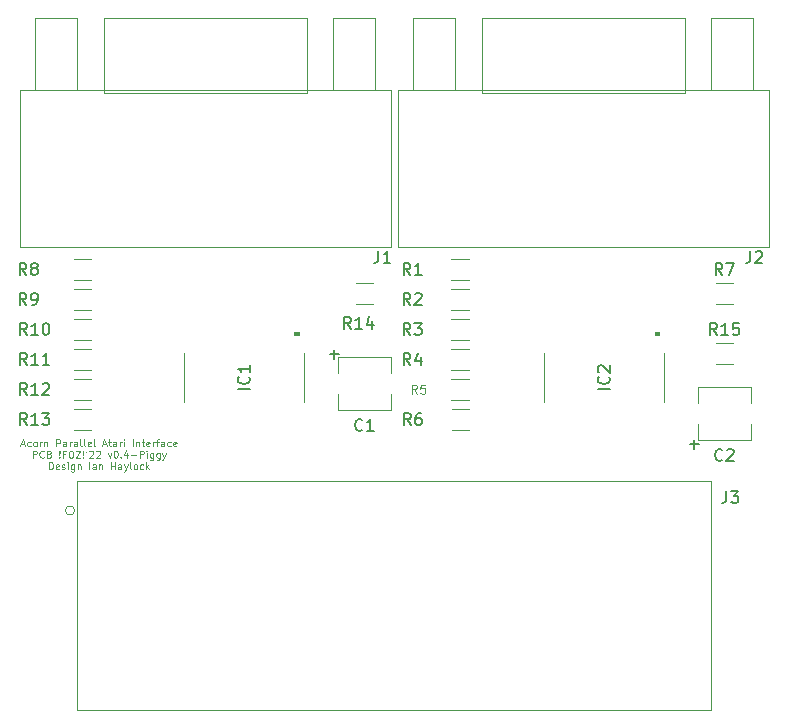
<source format=gbr>
%TF.GenerationSoftware,KiCad,Pcbnew,(6.0.4-0)*%
%TF.CreationDate,2022-07-04T10:05:17-07:00*%
%TF.ProjectId,Joy,4a6f792e-6b69-4636-9164-5f7063625858,rev?*%
%TF.SameCoordinates,Original*%
%TF.FileFunction,Legend,Top*%
%TF.FilePolarity,Positive*%
%FSLAX46Y46*%
G04 Gerber Fmt 4.6, Leading zero omitted, Abs format (unit mm)*
G04 Created by KiCad (PCBNEW (6.0.4-0)) date 2022-07-04 10:05:17*
%MOMM*%
%LPD*%
G01*
G04 APERTURE LIST*
%ADD10C,0.125000*%
%ADD11C,0.150000*%
%ADD12C,0.120000*%
%ADD13C,0.100000*%
G04 APERTURE END LIST*
D10*
X54755000Y-66113777D02*
X55040715Y-66113777D01*
X54697857Y-66285205D02*
X54897857Y-65685205D01*
X55097857Y-66285205D01*
X55555000Y-66256634D02*
X55497857Y-66285205D01*
X55383572Y-66285205D01*
X55326429Y-66256634D01*
X55297857Y-66228062D01*
X55269286Y-66170919D01*
X55269286Y-65999491D01*
X55297857Y-65942348D01*
X55326429Y-65913777D01*
X55383572Y-65885205D01*
X55497857Y-65885205D01*
X55555000Y-65913777D01*
X55897857Y-66285205D02*
X55840715Y-66256634D01*
X55812143Y-66228062D01*
X55783572Y-66170919D01*
X55783572Y-65999491D01*
X55812143Y-65942348D01*
X55840715Y-65913777D01*
X55897857Y-65885205D01*
X55983572Y-65885205D01*
X56040715Y-65913777D01*
X56069286Y-65942348D01*
X56097857Y-65999491D01*
X56097857Y-66170919D01*
X56069286Y-66228062D01*
X56040715Y-66256634D01*
X55983572Y-66285205D01*
X55897857Y-66285205D01*
X56355000Y-66285205D02*
X56355000Y-65885205D01*
X56355000Y-65999491D02*
X56383572Y-65942348D01*
X56412143Y-65913777D01*
X56469286Y-65885205D01*
X56526429Y-65885205D01*
X56726429Y-65885205D02*
X56726429Y-66285205D01*
X56726429Y-65942348D02*
X56755000Y-65913777D01*
X56812143Y-65885205D01*
X56897857Y-65885205D01*
X56955000Y-65913777D01*
X56983572Y-65970919D01*
X56983572Y-66285205D01*
X57726429Y-66285205D02*
X57726429Y-65685205D01*
X57955000Y-65685205D01*
X58012143Y-65713777D01*
X58040715Y-65742348D01*
X58069286Y-65799491D01*
X58069286Y-65885205D01*
X58040715Y-65942348D01*
X58012143Y-65970919D01*
X57955000Y-65999491D01*
X57726429Y-65999491D01*
X58583572Y-66285205D02*
X58583572Y-65970919D01*
X58555000Y-65913777D01*
X58497857Y-65885205D01*
X58383572Y-65885205D01*
X58326429Y-65913777D01*
X58583572Y-66256634D02*
X58526429Y-66285205D01*
X58383572Y-66285205D01*
X58326429Y-66256634D01*
X58297857Y-66199491D01*
X58297857Y-66142348D01*
X58326429Y-66085205D01*
X58383572Y-66056634D01*
X58526429Y-66056634D01*
X58583572Y-66028062D01*
X58869286Y-66285205D02*
X58869286Y-65885205D01*
X58869286Y-65999491D02*
X58897857Y-65942348D01*
X58926429Y-65913777D01*
X58983572Y-65885205D01*
X59040715Y-65885205D01*
X59497857Y-66285205D02*
X59497857Y-65970919D01*
X59469286Y-65913777D01*
X59412143Y-65885205D01*
X59297857Y-65885205D01*
X59240715Y-65913777D01*
X59497857Y-66256634D02*
X59440715Y-66285205D01*
X59297857Y-66285205D01*
X59240715Y-66256634D01*
X59212143Y-66199491D01*
X59212143Y-66142348D01*
X59240715Y-66085205D01*
X59297857Y-66056634D01*
X59440715Y-66056634D01*
X59497857Y-66028062D01*
X59869286Y-66285205D02*
X59812143Y-66256634D01*
X59783572Y-66199491D01*
X59783572Y-65685205D01*
X60183572Y-66285205D02*
X60126429Y-66256634D01*
X60097857Y-66199491D01*
X60097857Y-65685205D01*
X60640715Y-66256634D02*
X60583572Y-66285205D01*
X60469286Y-66285205D01*
X60412143Y-66256634D01*
X60383572Y-66199491D01*
X60383572Y-65970919D01*
X60412143Y-65913777D01*
X60469286Y-65885205D01*
X60583572Y-65885205D01*
X60640715Y-65913777D01*
X60669286Y-65970919D01*
X60669286Y-66028062D01*
X60383572Y-66085205D01*
X61012143Y-66285205D02*
X60955000Y-66256634D01*
X60926429Y-66199491D01*
X60926429Y-65685205D01*
X61669286Y-66113777D02*
X61955000Y-66113777D01*
X61612143Y-66285205D02*
X61812143Y-65685205D01*
X62012143Y-66285205D01*
X62126429Y-65885205D02*
X62355000Y-65885205D01*
X62212143Y-65685205D02*
X62212143Y-66199491D01*
X62240715Y-66256634D01*
X62297857Y-66285205D01*
X62355000Y-66285205D01*
X62812143Y-66285205D02*
X62812143Y-65970919D01*
X62783572Y-65913777D01*
X62726429Y-65885205D01*
X62612143Y-65885205D01*
X62555000Y-65913777D01*
X62812143Y-66256634D02*
X62755000Y-66285205D01*
X62612143Y-66285205D01*
X62555000Y-66256634D01*
X62526429Y-66199491D01*
X62526429Y-66142348D01*
X62555000Y-66085205D01*
X62612143Y-66056634D01*
X62755000Y-66056634D01*
X62812143Y-66028062D01*
X63097857Y-66285205D02*
X63097857Y-65885205D01*
X63097857Y-65999491D02*
X63126429Y-65942348D01*
X63155000Y-65913777D01*
X63212143Y-65885205D01*
X63269286Y-65885205D01*
X63469286Y-66285205D02*
X63469286Y-65885205D01*
X63469286Y-65685205D02*
X63440715Y-65713777D01*
X63469286Y-65742348D01*
X63497857Y-65713777D01*
X63469286Y-65685205D01*
X63469286Y-65742348D01*
X64212143Y-66285205D02*
X64212143Y-65685205D01*
X64497857Y-65885205D02*
X64497857Y-66285205D01*
X64497857Y-65942348D02*
X64526429Y-65913777D01*
X64583572Y-65885205D01*
X64669286Y-65885205D01*
X64726429Y-65913777D01*
X64755000Y-65970919D01*
X64755000Y-66285205D01*
X64955000Y-65885205D02*
X65183572Y-65885205D01*
X65040715Y-65685205D02*
X65040715Y-66199491D01*
X65069286Y-66256634D01*
X65126429Y-66285205D01*
X65183572Y-66285205D01*
X65612143Y-66256634D02*
X65555000Y-66285205D01*
X65440715Y-66285205D01*
X65383572Y-66256634D01*
X65355000Y-66199491D01*
X65355000Y-65970919D01*
X65383572Y-65913777D01*
X65440715Y-65885205D01*
X65555000Y-65885205D01*
X65612143Y-65913777D01*
X65640715Y-65970919D01*
X65640715Y-66028062D01*
X65355000Y-66085205D01*
X65897857Y-66285205D02*
X65897857Y-65885205D01*
X65897857Y-65999491D02*
X65926429Y-65942348D01*
X65955000Y-65913777D01*
X66012143Y-65885205D01*
X66069286Y-65885205D01*
X66183572Y-65885205D02*
X66412143Y-65885205D01*
X66269286Y-66285205D02*
X66269286Y-65770919D01*
X66297857Y-65713777D01*
X66355000Y-65685205D01*
X66412143Y-65685205D01*
X66869286Y-66285205D02*
X66869286Y-65970919D01*
X66840715Y-65913777D01*
X66783572Y-65885205D01*
X66669286Y-65885205D01*
X66612143Y-65913777D01*
X66869286Y-66256634D02*
X66812143Y-66285205D01*
X66669286Y-66285205D01*
X66612143Y-66256634D01*
X66583572Y-66199491D01*
X66583572Y-66142348D01*
X66612143Y-66085205D01*
X66669286Y-66056634D01*
X66812143Y-66056634D01*
X66869286Y-66028062D01*
X67412143Y-66256634D02*
X67355000Y-66285205D01*
X67240715Y-66285205D01*
X67183572Y-66256634D01*
X67155000Y-66228062D01*
X67126429Y-66170919D01*
X67126429Y-65999491D01*
X67155000Y-65942348D01*
X67183572Y-65913777D01*
X67240715Y-65885205D01*
X67355000Y-65885205D01*
X67412143Y-65913777D01*
X67897857Y-66256634D02*
X67840715Y-66285205D01*
X67726429Y-66285205D01*
X67669286Y-66256634D01*
X67640715Y-66199491D01*
X67640715Y-65970919D01*
X67669286Y-65913777D01*
X67726429Y-65885205D01*
X67840715Y-65885205D01*
X67897857Y-65913777D01*
X67926429Y-65970919D01*
X67926429Y-66028062D01*
X67640715Y-66085205D01*
X55740715Y-67251205D02*
X55740715Y-66651205D01*
X55969286Y-66651205D01*
X56026429Y-66679777D01*
X56055000Y-66708348D01*
X56083572Y-66765491D01*
X56083572Y-66851205D01*
X56055000Y-66908348D01*
X56026429Y-66936919D01*
X55969286Y-66965491D01*
X55740715Y-66965491D01*
X56683572Y-67194062D02*
X56655000Y-67222634D01*
X56569286Y-67251205D01*
X56512143Y-67251205D01*
X56426429Y-67222634D01*
X56369286Y-67165491D01*
X56340715Y-67108348D01*
X56312143Y-66994062D01*
X56312143Y-66908348D01*
X56340715Y-66794062D01*
X56369286Y-66736919D01*
X56426429Y-66679777D01*
X56512143Y-66651205D01*
X56569286Y-66651205D01*
X56655000Y-66679777D01*
X56683572Y-66708348D01*
X57140715Y-66936919D02*
X57226429Y-66965491D01*
X57255000Y-66994062D01*
X57283572Y-67051205D01*
X57283572Y-67136919D01*
X57255000Y-67194062D01*
X57226429Y-67222634D01*
X57169286Y-67251205D01*
X56940715Y-67251205D01*
X56940715Y-66651205D01*
X57140715Y-66651205D01*
X57197857Y-66679777D01*
X57226429Y-66708348D01*
X57255000Y-66765491D01*
X57255000Y-66822634D01*
X57226429Y-66879777D01*
X57197857Y-66908348D01*
X57140715Y-66936919D01*
X56940715Y-66936919D01*
X57997857Y-67194062D02*
X58026429Y-67222634D01*
X57997857Y-67251205D01*
X57969286Y-67222634D01*
X57997857Y-67194062D01*
X57997857Y-67251205D01*
X57997857Y-67022634D02*
X57969286Y-66679777D01*
X57997857Y-66651205D01*
X58026429Y-66679777D01*
X57997857Y-67022634D01*
X57997857Y-66651205D01*
X58483572Y-66936919D02*
X58283572Y-66936919D01*
X58283572Y-67251205D02*
X58283572Y-66651205D01*
X58569286Y-66651205D01*
X58912143Y-66651205D02*
X59026429Y-66651205D01*
X59083572Y-66679777D01*
X59140715Y-66736919D01*
X59169286Y-66851205D01*
X59169286Y-67051205D01*
X59140715Y-67165491D01*
X59083572Y-67222634D01*
X59026429Y-67251205D01*
X58912143Y-67251205D01*
X58855000Y-67222634D01*
X58797857Y-67165491D01*
X58769286Y-67051205D01*
X58769286Y-66851205D01*
X58797857Y-66736919D01*
X58855000Y-66679777D01*
X58912143Y-66651205D01*
X59369286Y-66651205D02*
X59769286Y-66651205D01*
X59369286Y-67251205D01*
X59769286Y-67251205D01*
X59997857Y-67194062D02*
X60026429Y-67222634D01*
X59997857Y-67251205D01*
X59969286Y-67222634D01*
X59997857Y-67194062D01*
X59997857Y-67251205D01*
X59997857Y-67022634D02*
X59969286Y-66679777D01*
X59997857Y-66651205D01*
X60026429Y-66679777D01*
X59997857Y-67022634D01*
X59997857Y-66651205D01*
X60312143Y-66651205D02*
X60255000Y-66765491D01*
X60540715Y-66708348D02*
X60569286Y-66679777D01*
X60626429Y-66651205D01*
X60769286Y-66651205D01*
X60826429Y-66679777D01*
X60855000Y-66708348D01*
X60883572Y-66765491D01*
X60883572Y-66822634D01*
X60855000Y-66908348D01*
X60512143Y-67251205D01*
X60883572Y-67251205D01*
X61112143Y-66708348D02*
X61140715Y-66679777D01*
X61197857Y-66651205D01*
X61340715Y-66651205D01*
X61397857Y-66679777D01*
X61426429Y-66708348D01*
X61455000Y-66765491D01*
X61455000Y-66822634D01*
X61426429Y-66908348D01*
X61083572Y-67251205D01*
X61455000Y-67251205D01*
X62112143Y-66851205D02*
X62255000Y-67251205D01*
X62397857Y-66851205D01*
X62740715Y-66651205D02*
X62797857Y-66651205D01*
X62855000Y-66679777D01*
X62883572Y-66708348D01*
X62912143Y-66765491D01*
X62940715Y-66879777D01*
X62940715Y-67022634D01*
X62912143Y-67136919D01*
X62883572Y-67194062D01*
X62855000Y-67222634D01*
X62797857Y-67251205D01*
X62740715Y-67251205D01*
X62683572Y-67222634D01*
X62655000Y-67194062D01*
X62626429Y-67136919D01*
X62597857Y-67022634D01*
X62597857Y-66879777D01*
X62626429Y-66765491D01*
X62655000Y-66708348D01*
X62683572Y-66679777D01*
X62740715Y-66651205D01*
X63197857Y-67194062D02*
X63226429Y-67222634D01*
X63197857Y-67251205D01*
X63169286Y-67222634D01*
X63197857Y-67194062D01*
X63197857Y-67251205D01*
X63740715Y-66851205D02*
X63740715Y-67251205D01*
X63597857Y-66622634D02*
X63455000Y-67051205D01*
X63826429Y-67051205D01*
X64055000Y-67022634D02*
X64512143Y-67022634D01*
X64797857Y-67251205D02*
X64797857Y-66651205D01*
X65026429Y-66651205D01*
X65083572Y-66679777D01*
X65112143Y-66708348D01*
X65140715Y-66765491D01*
X65140715Y-66851205D01*
X65112143Y-66908348D01*
X65083572Y-66936919D01*
X65026429Y-66965491D01*
X64797857Y-66965491D01*
X65397857Y-67251205D02*
X65397857Y-66851205D01*
X65397857Y-66651205D02*
X65369286Y-66679777D01*
X65397857Y-66708348D01*
X65426429Y-66679777D01*
X65397857Y-66651205D01*
X65397857Y-66708348D01*
X65940715Y-66851205D02*
X65940715Y-67336919D01*
X65912143Y-67394062D01*
X65883572Y-67422634D01*
X65826429Y-67451205D01*
X65740715Y-67451205D01*
X65683572Y-67422634D01*
X65940715Y-67222634D02*
X65883572Y-67251205D01*
X65769286Y-67251205D01*
X65712143Y-67222634D01*
X65683572Y-67194062D01*
X65655000Y-67136919D01*
X65655000Y-66965491D01*
X65683572Y-66908348D01*
X65712143Y-66879777D01*
X65769286Y-66851205D01*
X65883572Y-66851205D01*
X65940715Y-66879777D01*
X66483572Y-66851205D02*
X66483572Y-67336919D01*
X66455000Y-67394062D01*
X66426429Y-67422634D01*
X66369286Y-67451205D01*
X66283572Y-67451205D01*
X66226429Y-67422634D01*
X66483572Y-67222634D02*
X66426429Y-67251205D01*
X66312143Y-67251205D01*
X66255000Y-67222634D01*
X66226429Y-67194062D01*
X66197857Y-67136919D01*
X66197857Y-66965491D01*
X66226429Y-66908348D01*
X66255000Y-66879777D01*
X66312143Y-66851205D01*
X66426429Y-66851205D01*
X66483572Y-66879777D01*
X66712143Y-66851205D02*
X66855000Y-67251205D01*
X66997857Y-66851205D02*
X66855000Y-67251205D01*
X66797857Y-67394062D01*
X66769286Y-67422634D01*
X66712143Y-67451205D01*
X57112143Y-68217205D02*
X57112143Y-67617205D01*
X57255000Y-67617205D01*
X57340715Y-67645777D01*
X57397857Y-67702919D01*
X57426429Y-67760062D01*
X57455000Y-67874348D01*
X57455000Y-67960062D01*
X57426429Y-68074348D01*
X57397857Y-68131491D01*
X57340715Y-68188634D01*
X57255000Y-68217205D01*
X57112143Y-68217205D01*
X57940715Y-68188634D02*
X57883572Y-68217205D01*
X57769286Y-68217205D01*
X57712143Y-68188634D01*
X57683572Y-68131491D01*
X57683572Y-67902919D01*
X57712143Y-67845777D01*
X57769286Y-67817205D01*
X57883572Y-67817205D01*
X57940715Y-67845777D01*
X57969286Y-67902919D01*
X57969286Y-67960062D01*
X57683572Y-68017205D01*
X58197857Y-68188634D02*
X58255000Y-68217205D01*
X58369286Y-68217205D01*
X58426429Y-68188634D01*
X58455000Y-68131491D01*
X58455000Y-68102919D01*
X58426429Y-68045777D01*
X58369286Y-68017205D01*
X58283572Y-68017205D01*
X58226429Y-67988634D01*
X58197857Y-67931491D01*
X58197857Y-67902919D01*
X58226429Y-67845777D01*
X58283572Y-67817205D01*
X58369286Y-67817205D01*
X58426429Y-67845777D01*
X58712143Y-68217205D02*
X58712143Y-67817205D01*
X58712143Y-67617205D02*
X58683572Y-67645777D01*
X58712143Y-67674348D01*
X58740715Y-67645777D01*
X58712143Y-67617205D01*
X58712143Y-67674348D01*
X59255000Y-67817205D02*
X59255000Y-68302919D01*
X59226429Y-68360062D01*
X59197857Y-68388634D01*
X59140715Y-68417205D01*
X59055000Y-68417205D01*
X58997857Y-68388634D01*
X59255000Y-68188634D02*
X59197857Y-68217205D01*
X59083572Y-68217205D01*
X59026429Y-68188634D01*
X58997857Y-68160062D01*
X58969286Y-68102919D01*
X58969286Y-67931491D01*
X58997857Y-67874348D01*
X59026429Y-67845777D01*
X59083572Y-67817205D01*
X59197857Y-67817205D01*
X59255000Y-67845777D01*
X59540715Y-67817205D02*
X59540715Y-68217205D01*
X59540715Y-67874348D02*
X59569286Y-67845777D01*
X59626429Y-67817205D01*
X59712143Y-67817205D01*
X59769286Y-67845777D01*
X59797857Y-67902919D01*
X59797857Y-68217205D01*
X60540715Y-68217205D02*
X60540715Y-67617205D01*
X61083572Y-68217205D02*
X61083572Y-67902919D01*
X61055000Y-67845777D01*
X60997857Y-67817205D01*
X60883572Y-67817205D01*
X60826429Y-67845777D01*
X61083572Y-68188634D02*
X61026429Y-68217205D01*
X60883572Y-68217205D01*
X60826429Y-68188634D01*
X60797857Y-68131491D01*
X60797857Y-68074348D01*
X60826429Y-68017205D01*
X60883572Y-67988634D01*
X61026429Y-67988634D01*
X61083572Y-67960062D01*
X61369286Y-67817205D02*
X61369286Y-68217205D01*
X61369286Y-67874348D02*
X61397857Y-67845777D01*
X61455000Y-67817205D01*
X61540715Y-67817205D01*
X61597857Y-67845777D01*
X61626429Y-67902919D01*
X61626429Y-68217205D01*
X62369286Y-68217205D02*
X62369286Y-67617205D01*
X62369286Y-67902919D02*
X62712143Y-67902919D01*
X62712143Y-68217205D02*
X62712143Y-67617205D01*
X63255000Y-68217205D02*
X63255000Y-67902919D01*
X63226429Y-67845777D01*
X63169286Y-67817205D01*
X63055000Y-67817205D01*
X62997857Y-67845777D01*
X63255000Y-68188634D02*
X63197857Y-68217205D01*
X63055000Y-68217205D01*
X62997857Y-68188634D01*
X62969286Y-68131491D01*
X62969286Y-68074348D01*
X62997857Y-68017205D01*
X63055000Y-67988634D01*
X63197857Y-67988634D01*
X63255000Y-67960062D01*
X63483572Y-67817205D02*
X63626429Y-68217205D01*
X63769286Y-67817205D02*
X63626429Y-68217205D01*
X63569286Y-68360062D01*
X63540714Y-68388634D01*
X63483572Y-68417205D01*
X64083572Y-68217205D02*
X64026429Y-68188634D01*
X63997857Y-68131491D01*
X63997857Y-67617205D01*
X64397857Y-68217205D02*
X64340715Y-68188634D01*
X64312143Y-68160062D01*
X64283572Y-68102919D01*
X64283572Y-67931491D01*
X64312143Y-67874348D01*
X64340715Y-67845777D01*
X64397857Y-67817205D01*
X64483572Y-67817205D01*
X64540715Y-67845777D01*
X64569286Y-67874348D01*
X64597857Y-67931491D01*
X64597857Y-68102919D01*
X64569286Y-68160062D01*
X64540715Y-68188634D01*
X64483572Y-68217205D01*
X64397857Y-68217205D01*
X65112143Y-68188634D02*
X65055000Y-68217205D01*
X64940714Y-68217205D01*
X64883572Y-68188634D01*
X64855000Y-68160062D01*
X64826429Y-68102919D01*
X64826429Y-67931491D01*
X64855000Y-67874348D01*
X64883572Y-67845777D01*
X64940714Y-67817205D01*
X65055000Y-67817205D01*
X65112143Y-67845777D01*
X65369286Y-68217205D02*
X65369286Y-67617205D01*
X65426429Y-67988634D02*
X65597857Y-68217205D01*
X65597857Y-67817205D02*
X65369286Y-68045777D01*
D11*
%TO.C,R4*%
X87717333Y-59384679D02*
X87384000Y-58908489D01*
X87145904Y-59384679D02*
X87145904Y-58384679D01*
X87526857Y-58384679D01*
X87622095Y-58432299D01*
X87669714Y-58479918D01*
X87717333Y-58575156D01*
X87717333Y-58718013D01*
X87669714Y-58813251D01*
X87622095Y-58860870D01*
X87526857Y-58908489D01*
X87145904Y-58908489D01*
X88574476Y-58718013D02*
X88574476Y-59384679D01*
X88336380Y-58337060D02*
X88098285Y-59051346D01*
X88717333Y-59051346D01*
%TO.C,R13*%
X55237142Y-64460380D02*
X54903809Y-63984190D01*
X54665714Y-64460380D02*
X54665714Y-63460380D01*
X55046666Y-63460380D01*
X55141904Y-63508000D01*
X55189523Y-63555619D01*
X55237142Y-63650857D01*
X55237142Y-63793714D01*
X55189523Y-63888952D01*
X55141904Y-63936571D01*
X55046666Y-63984190D01*
X54665714Y-63984190D01*
X56189523Y-64460380D02*
X55618095Y-64460380D01*
X55903809Y-64460380D02*
X55903809Y-63460380D01*
X55808571Y-63603238D01*
X55713333Y-63698476D01*
X55618095Y-63746095D01*
X56522857Y-63460380D02*
X57141904Y-63460380D01*
X56808571Y-63841333D01*
X56951428Y-63841333D01*
X57046666Y-63888952D01*
X57094285Y-63936571D01*
X57141904Y-64031809D01*
X57141904Y-64269904D01*
X57094285Y-64365142D01*
X57046666Y-64412761D01*
X56951428Y-64460380D01*
X56665714Y-64460380D01*
X56570476Y-64412761D01*
X56522857Y-64365142D01*
%TO.C,J3*%
X114474666Y-70064380D02*
X114474666Y-70778666D01*
X114427047Y-70921523D01*
X114331809Y-71016761D01*
X114188952Y-71064380D01*
X114093714Y-71064380D01*
X114855619Y-70064380D02*
X115474666Y-70064380D01*
X115141333Y-70445333D01*
X115284190Y-70445333D01*
X115379428Y-70492952D01*
X115427047Y-70540571D01*
X115474666Y-70635809D01*
X115474666Y-70873904D01*
X115427047Y-70969142D01*
X115379428Y-71016761D01*
X115284190Y-71064380D01*
X114998476Y-71064380D01*
X114903238Y-71016761D01*
X114855619Y-70969142D01*
%TO.C,R9*%
X55205333Y-54300380D02*
X54872000Y-53824190D01*
X54633904Y-54300380D02*
X54633904Y-53300380D01*
X55014857Y-53300380D01*
X55110095Y-53348000D01*
X55157714Y-53395619D01*
X55205333Y-53490857D01*
X55205333Y-53633714D01*
X55157714Y-53728952D01*
X55110095Y-53776571D01*
X55014857Y-53824190D01*
X54633904Y-53824190D01*
X55681523Y-54300380D02*
X55872000Y-54300380D01*
X55967238Y-54252761D01*
X56014857Y-54205142D01*
X56110095Y-54062285D01*
X56157714Y-53871809D01*
X56157714Y-53490857D01*
X56110095Y-53395619D01*
X56062476Y-53348000D01*
X55967238Y-53300380D01*
X55776761Y-53300380D01*
X55681523Y-53348000D01*
X55633904Y-53395619D01*
X55586285Y-53490857D01*
X55586285Y-53728952D01*
X55633904Y-53824190D01*
X55681523Y-53871809D01*
X55776761Y-53919428D01*
X55967238Y-53919428D01*
X56062476Y-53871809D01*
X56110095Y-53824190D01*
X56157714Y-53728952D01*
%TO.C,R11*%
X55237142Y-59380380D02*
X54903809Y-58904190D01*
X54665714Y-59380380D02*
X54665714Y-58380380D01*
X55046666Y-58380380D01*
X55141904Y-58428000D01*
X55189523Y-58475619D01*
X55237142Y-58570857D01*
X55237142Y-58713714D01*
X55189523Y-58808952D01*
X55141904Y-58856571D01*
X55046666Y-58904190D01*
X54665714Y-58904190D01*
X56189523Y-59380380D02*
X55618095Y-59380380D01*
X55903809Y-59380380D02*
X55903809Y-58380380D01*
X55808571Y-58523238D01*
X55713333Y-58618476D01*
X55618095Y-58666095D01*
X57141904Y-59380380D02*
X56570476Y-59380380D01*
X56856190Y-59380380D02*
X56856190Y-58380380D01*
X56760952Y-58523238D01*
X56665714Y-58618476D01*
X56570476Y-58666095D01*
%TO.C,R15*%
X113657142Y-56840380D02*
X113323809Y-56364190D01*
X113085714Y-56840380D02*
X113085714Y-55840380D01*
X113466666Y-55840380D01*
X113561904Y-55888000D01*
X113609523Y-55935619D01*
X113657142Y-56030857D01*
X113657142Y-56173714D01*
X113609523Y-56268952D01*
X113561904Y-56316571D01*
X113466666Y-56364190D01*
X113085714Y-56364190D01*
X114609523Y-56840380D02*
X114038095Y-56840380D01*
X114323809Y-56840380D02*
X114323809Y-55840380D01*
X114228571Y-55983238D01*
X114133333Y-56078476D01*
X114038095Y-56126095D01*
X115514285Y-55840380D02*
X115038095Y-55840380D01*
X114990476Y-56316571D01*
X115038095Y-56268952D01*
X115133333Y-56221333D01*
X115371428Y-56221333D01*
X115466666Y-56268952D01*
X115514285Y-56316571D01*
X115561904Y-56411809D01*
X115561904Y-56649904D01*
X115514285Y-56745142D01*
X115466666Y-56792761D01*
X115371428Y-56840380D01*
X115133333Y-56840380D01*
X115038095Y-56792761D01*
X114990476Y-56745142D01*
%TO.C,R14*%
X82669142Y-56332380D02*
X82335809Y-55856190D01*
X82097714Y-56332380D02*
X82097714Y-55332380D01*
X82478666Y-55332380D01*
X82573904Y-55380000D01*
X82621523Y-55427619D01*
X82669142Y-55522857D01*
X82669142Y-55665714D01*
X82621523Y-55760952D01*
X82573904Y-55808571D01*
X82478666Y-55856190D01*
X82097714Y-55856190D01*
X83621523Y-56332380D02*
X83050095Y-56332380D01*
X83335809Y-56332380D02*
X83335809Y-55332380D01*
X83240571Y-55475238D01*
X83145333Y-55570476D01*
X83050095Y-55618095D01*
X84478666Y-55665714D02*
X84478666Y-56332380D01*
X84240571Y-55284761D02*
X84002476Y-55999047D01*
X84621523Y-55999047D01*
%TO.C,C2*%
X114133333Y-67413142D02*
X114085714Y-67460761D01*
X113942857Y-67508380D01*
X113847619Y-67508380D01*
X113704761Y-67460761D01*
X113609523Y-67365523D01*
X113561904Y-67270285D01*
X113514285Y-67079809D01*
X113514285Y-66936952D01*
X113561904Y-66746476D01*
X113609523Y-66651238D01*
X113704761Y-66556000D01*
X113847619Y-66508380D01*
X113942857Y-66508380D01*
X114085714Y-66556000D01*
X114133333Y-66603619D01*
X114514285Y-66603619D02*
X114561904Y-66556000D01*
X114657142Y-66508380D01*
X114895238Y-66508380D01*
X114990476Y-66556000D01*
X115038095Y-66603619D01*
X115085714Y-66698857D01*
X115085714Y-66794095D01*
X115038095Y-66936952D01*
X114466666Y-67508380D01*
X115085714Y-67508380D01*
X111379047Y-66111428D02*
X112140952Y-66111428D01*
X111760000Y-66492380D02*
X111760000Y-65730476D01*
%TO.C,R3*%
X87717333Y-56844679D02*
X87384000Y-56368489D01*
X87145904Y-56844679D02*
X87145904Y-55844679D01*
X87526857Y-55844679D01*
X87622095Y-55892299D01*
X87669714Y-55939918D01*
X87717333Y-56035156D01*
X87717333Y-56178013D01*
X87669714Y-56273251D01*
X87622095Y-56320870D01*
X87526857Y-56368489D01*
X87145904Y-56368489D01*
X88050666Y-55844679D02*
X88669714Y-55844679D01*
X88336380Y-56225632D01*
X88479238Y-56225632D01*
X88574476Y-56273251D01*
X88622095Y-56320870D01*
X88669714Y-56416108D01*
X88669714Y-56654203D01*
X88622095Y-56749441D01*
X88574476Y-56797060D01*
X88479238Y-56844679D01*
X88193523Y-56844679D01*
X88098285Y-56797060D01*
X88050666Y-56749441D01*
%TO.C,J1*%
X85010666Y-49744380D02*
X85010666Y-50458666D01*
X84963047Y-50601523D01*
X84867809Y-50696761D01*
X84724952Y-50744380D01*
X84629714Y-50744380D01*
X86010666Y-50744380D02*
X85439238Y-50744380D01*
X85724952Y-50744380D02*
X85724952Y-49744380D01*
X85629714Y-49887238D01*
X85534476Y-49982476D01*
X85439238Y-50030095D01*
%TO.C,IC2*%
X104592380Y-61428190D02*
X103592380Y-61428190D01*
X104497142Y-60380571D02*
X104544761Y-60428190D01*
X104592380Y-60571047D01*
X104592380Y-60666285D01*
X104544761Y-60809142D01*
X104449523Y-60904380D01*
X104354285Y-60952000D01*
X104163809Y-60999619D01*
X104020952Y-60999619D01*
X103830476Y-60952000D01*
X103735238Y-60904380D01*
X103640000Y-60809142D01*
X103592380Y-60666285D01*
X103592380Y-60571047D01*
X103640000Y-60428190D01*
X103687619Y-60380571D01*
X103687619Y-59999619D02*
X103640000Y-59952000D01*
X103592380Y-59856761D01*
X103592380Y-59618666D01*
X103640000Y-59523428D01*
X103687619Y-59475809D01*
X103782857Y-59428190D01*
X103878095Y-59428190D01*
X104020952Y-59475809D01*
X104592380Y-60047238D01*
X104592380Y-59428190D01*
%TO.C,R6*%
X87743333Y-64460380D02*
X87410000Y-63984190D01*
X87171904Y-64460380D02*
X87171904Y-63460380D01*
X87552857Y-63460380D01*
X87648095Y-63508000D01*
X87695714Y-63555619D01*
X87743333Y-63650857D01*
X87743333Y-63793714D01*
X87695714Y-63888952D01*
X87648095Y-63936571D01*
X87552857Y-63984190D01*
X87171904Y-63984190D01*
X88600476Y-63460380D02*
X88410000Y-63460380D01*
X88314761Y-63508000D01*
X88267142Y-63555619D01*
X88171904Y-63698476D01*
X88124285Y-63888952D01*
X88124285Y-64269904D01*
X88171904Y-64365142D01*
X88219523Y-64412761D01*
X88314761Y-64460380D01*
X88505238Y-64460380D01*
X88600476Y-64412761D01*
X88648095Y-64365142D01*
X88695714Y-64269904D01*
X88695714Y-64031809D01*
X88648095Y-63936571D01*
X88600476Y-63888952D01*
X88505238Y-63841333D01*
X88314761Y-63841333D01*
X88219523Y-63888952D01*
X88171904Y-63936571D01*
X88124285Y-64031809D01*
%TO.C,J2*%
X116506666Y-49744380D02*
X116506666Y-50458666D01*
X116459047Y-50601523D01*
X116363809Y-50696761D01*
X116220952Y-50744380D01*
X116125714Y-50744380D01*
X116935238Y-49839619D02*
X116982857Y-49792000D01*
X117078095Y-49744380D01*
X117316190Y-49744380D01*
X117411428Y-49792000D01*
X117459047Y-49839619D01*
X117506666Y-49934857D01*
X117506666Y-50030095D01*
X117459047Y-50172952D01*
X116887619Y-50744380D01*
X117506666Y-50744380D01*
%TO.C,R8*%
X55205333Y-51760380D02*
X54872000Y-51284190D01*
X54633904Y-51760380D02*
X54633904Y-50760380D01*
X55014857Y-50760380D01*
X55110095Y-50808000D01*
X55157714Y-50855619D01*
X55205333Y-50950857D01*
X55205333Y-51093714D01*
X55157714Y-51188952D01*
X55110095Y-51236571D01*
X55014857Y-51284190D01*
X54633904Y-51284190D01*
X55776761Y-51188952D02*
X55681523Y-51141333D01*
X55633904Y-51093714D01*
X55586285Y-50998476D01*
X55586285Y-50950857D01*
X55633904Y-50855619D01*
X55681523Y-50808000D01*
X55776761Y-50760380D01*
X55967238Y-50760380D01*
X56062476Y-50808000D01*
X56110095Y-50855619D01*
X56157714Y-50950857D01*
X56157714Y-50998476D01*
X56110095Y-51093714D01*
X56062476Y-51141333D01*
X55967238Y-51188952D01*
X55776761Y-51188952D01*
X55681523Y-51236571D01*
X55633904Y-51284190D01*
X55586285Y-51379428D01*
X55586285Y-51569904D01*
X55633904Y-51665142D01*
X55681523Y-51712761D01*
X55776761Y-51760380D01*
X55967238Y-51760380D01*
X56062476Y-51712761D01*
X56110095Y-51665142D01*
X56157714Y-51569904D01*
X56157714Y-51379428D01*
X56110095Y-51284190D01*
X56062476Y-51236571D01*
X55967238Y-51188952D01*
%TO.C,C1*%
X83653333Y-64873142D02*
X83605714Y-64920761D01*
X83462857Y-64968380D01*
X83367619Y-64968380D01*
X83224761Y-64920761D01*
X83129523Y-64825523D01*
X83081904Y-64730285D01*
X83034285Y-64539809D01*
X83034285Y-64396952D01*
X83081904Y-64206476D01*
X83129523Y-64111238D01*
X83224761Y-64016000D01*
X83367619Y-63968380D01*
X83462857Y-63968380D01*
X83605714Y-64016000D01*
X83653333Y-64063619D01*
X84605714Y-64968380D02*
X84034285Y-64968380D01*
X84320000Y-64968380D02*
X84320000Y-63968380D01*
X84224761Y-64111238D01*
X84129523Y-64206476D01*
X84034285Y-64254095D01*
X80899047Y-58491428D02*
X81660952Y-58491428D01*
X81280000Y-58872380D02*
X81280000Y-58110476D01*
D10*
%TO.C,R5*%
X88267000Y-61807285D02*
X88017000Y-61450142D01*
X87838428Y-61807285D02*
X87838428Y-61057285D01*
X88124142Y-61057285D01*
X88195571Y-61093000D01*
X88231285Y-61128714D01*
X88267000Y-61200142D01*
X88267000Y-61307285D01*
X88231285Y-61378714D01*
X88195571Y-61414428D01*
X88124142Y-61450142D01*
X87838428Y-61450142D01*
X88945571Y-61057285D02*
X88588428Y-61057285D01*
X88552714Y-61414428D01*
X88588428Y-61378714D01*
X88659857Y-61343000D01*
X88838428Y-61343000D01*
X88909857Y-61378714D01*
X88945571Y-61414428D01*
X88981285Y-61485857D01*
X88981285Y-61664428D01*
X88945571Y-61735857D01*
X88909857Y-61771571D01*
X88838428Y-61807285D01*
X88659857Y-61807285D01*
X88588428Y-61771571D01*
X88552714Y-61735857D01*
D11*
%TO.C,R10*%
X55237142Y-56840380D02*
X54903809Y-56364190D01*
X54665714Y-56840380D02*
X54665714Y-55840380D01*
X55046666Y-55840380D01*
X55141904Y-55888000D01*
X55189523Y-55935619D01*
X55237142Y-56030857D01*
X55237142Y-56173714D01*
X55189523Y-56268952D01*
X55141904Y-56316571D01*
X55046666Y-56364190D01*
X54665714Y-56364190D01*
X56189523Y-56840380D02*
X55618095Y-56840380D01*
X55903809Y-56840380D02*
X55903809Y-55840380D01*
X55808571Y-55983238D01*
X55713333Y-56078476D01*
X55618095Y-56126095D01*
X56808571Y-55840380D02*
X56903809Y-55840380D01*
X56999047Y-55888000D01*
X57046666Y-55935619D01*
X57094285Y-56030857D01*
X57141904Y-56221333D01*
X57141904Y-56459428D01*
X57094285Y-56649904D01*
X57046666Y-56745142D01*
X56999047Y-56792761D01*
X56903809Y-56840380D01*
X56808571Y-56840380D01*
X56713333Y-56792761D01*
X56665714Y-56745142D01*
X56618095Y-56649904D01*
X56570476Y-56459428D01*
X56570476Y-56221333D01*
X56618095Y-56030857D01*
X56665714Y-55935619D01*
X56713333Y-55888000D01*
X56808571Y-55840380D01*
%TO.C,R2*%
X87717333Y-54304679D02*
X87384000Y-53828489D01*
X87145904Y-54304679D02*
X87145904Y-53304679D01*
X87526857Y-53304679D01*
X87622095Y-53352299D01*
X87669714Y-53399918D01*
X87717333Y-53495156D01*
X87717333Y-53638013D01*
X87669714Y-53733251D01*
X87622095Y-53780870D01*
X87526857Y-53828489D01*
X87145904Y-53828489D01*
X88098285Y-53399918D02*
X88145904Y-53352299D01*
X88241142Y-53304679D01*
X88479238Y-53304679D01*
X88574476Y-53352299D01*
X88622095Y-53399918D01*
X88669714Y-53495156D01*
X88669714Y-53590394D01*
X88622095Y-53733251D01*
X88050666Y-54304679D01*
X88669714Y-54304679D01*
%TO.C,R12*%
X55237142Y-61920380D02*
X54903809Y-61444190D01*
X54665714Y-61920380D02*
X54665714Y-60920380D01*
X55046666Y-60920380D01*
X55141904Y-60968000D01*
X55189523Y-61015619D01*
X55237142Y-61110857D01*
X55237142Y-61253714D01*
X55189523Y-61348952D01*
X55141904Y-61396571D01*
X55046666Y-61444190D01*
X54665714Y-61444190D01*
X56189523Y-61920380D02*
X55618095Y-61920380D01*
X55903809Y-61920380D02*
X55903809Y-60920380D01*
X55808571Y-61063238D01*
X55713333Y-61158476D01*
X55618095Y-61206095D01*
X56570476Y-61015619D02*
X56618095Y-60968000D01*
X56713333Y-60920380D01*
X56951428Y-60920380D01*
X57046666Y-60968000D01*
X57094285Y-61015619D01*
X57141904Y-61110857D01*
X57141904Y-61206095D01*
X57094285Y-61348952D01*
X56522857Y-61920380D01*
X57141904Y-61920380D01*
%TO.C,R7*%
X114133333Y-51760380D02*
X113800000Y-51284190D01*
X113561904Y-51760380D02*
X113561904Y-50760380D01*
X113942857Y-50760380D01*
X114038095Y-50808000D01*
X114085714Y-50855619D01*
X114133333Y-50950857D01*
X114133333Y-51093714D01*
X114085714Y-51188952D01*
X114038095Y-51236571D01*
X113942857Y-51284190D01*
X113561904Y-51284190D01*
X114466666Y-50760380D02*
X115133333Y-50760380D01*
X114704761Y-51760380D01*
%TO.C,R1*%
X87717333Y-51764679D02*
X87384000Y-51288489D01*
X87145904Y-51764679D02*
X87145904Y-50764679D01*
X87526857Y-50764679D01*
X87622095Y-50812299D01*
X87669714Y-50859918D01*
X87717333Y-50955156D01*
X87717333Y-51098013D01*
X87669714Y-51193251D01*
X87622095Y-51240870D01*
X87526857Y-51288489D01*
X87145904Y-51288489D01*
X88669714Y-51764679D02*
X88098285Y-51764679D01*
X88384000Y-51764679D02*
X88384000Y-50764679D01*
X88288761Y-50907537D01*
X88193523Y-51002775D01*
X88098285Y-51050394D01*
%TO.C,IC1*%
X74112380Y-61428190D02*
X73112380Y-61428190D01*
X74017142Y-60380571D02*
X74064761Y-60428190D01*
X74112380Y-60571047D01*
X74112380Y-60666285D01*
X74064761Y-60809142D01*
X73969523Y-60904380D01*
X73874285Y-60952000D01*
X73683809Y-60999619D01*
X73540952Y-60999619D01*
X73350476Y-60952000D01*
X73255238Y-60904380D01*
X73160000Y-60809142D01*
X73112380Y-60666285D01*
X73112380Y-60571047D01*
X73160000Y-60428190D01*
X73207619Y-60380571D01*
X74112380Y-59428190D02*
X74112380Y-59999619D01*
X74112380Y-59713904D02*
X73112380Y-59713904D01*
X73255238Y-59809142D01*
X73350476Y-59904380D01*
X73398095Y-59999619D01*
D12*
%TO.C,R4*%
X92649064Y-59842299D02*
X91194936Y-59842299D01*
X92649064Y-58022299D02*
X91194936Y-58022299D01*
%TO.C,R13*%
X59242936Y-64918000D02*
X60697064Y-64918000D01*
X59242936Y-63098000D02*
X60697064Y-63098000D01*
%TO.C,J3*%
X59529069Y-88598345D02*
X113199269Y-88598345D01*
X59529069Y-69218145D02*
X59529069Y-88598345D01*
X113199269Y-69218145D02*
X59529069Y-69218145D01*
X113199269Y-88598345D02*
X113199269Y-69218145D01*
X59275069Y-71707345D02*
G75*
G03*
X59275069Y-71707345I-381000J0D01*
G01*
%TO.C,R9*%
X60671064Y-52938000D02*
X59216936Y-52938000D01*
X60671064Y-54758000D02*
X59216936Y-54758000D01*
%TO.C,R11*%
X60671064Y-59838000D02*
X59216936Y-59838000D01*
X60671064Y-58018000D02*
X59216936Y-58018000D01*
%TO.C,R15*%
X115027064Y-59330000D02*
X113572936Y-59330000D01*
X115027064Y-57510000D02*
X113572936Y-57510000D01*
%TO.C,R14*%
X83092936Y-52430000D02*
X84547064Y-52430000D01*
X83092936Y-54250000D02*
X84547064Y-54250000D01*
%TO.C,C2*%
X112026700Y-61226700D02*
X112026700Y-62583060D01*
X112026700Y-64416940D02*
X112026700Y-65773300D01*
X116573300Y-61226700D02*
X112026700Y-61226700D01*
X116573300Y-62583060D02*
X116573300Y-61226700D01*
X112026700Y-65773300D02*
X116573300Y-65773300D01*
X116573300Y-65773300D02*
X116573300Y-64416940D01*
%TO.C,R3*%
X92649064Y-57302299D02*
X91194936Y-57302299D01*
X92649064Y-55482299D02*
X91194936Y-55482299D01*
%TO.C,J1*%
X86080600Y-36144200D02*
X54635400Y-36144200D01*
X54635400Y-36144200D02*
X54635400Y-49403000D01*
X78943200Y-36398200D02*
X78943200Y-29972000D01*
X55956200Y-36144200D02*
X55956200Y-29972000D01*
X84759800Y-29972000D02*
X84759800Y-36144200D01*
X86080600Y-49403000D02*
X86080600Y-36144200D01*
X81203800Y-36144200D02*
X81203800Y-29972000D01*
X54635400Y-49403000D02*
X86080600Y-49403000D01*
X55956200Y-29972000D02*
X59512200Y-29972000D01*
X78943200Y-29972000D02*
X61772800Y-29972000D01*
X81203800Y-29972000D02*
X84759800Y-29972000D01*
X61772800Y-36398200D02*
X78943200Y-36398200D01*
X59512200Y-29972000D02*
X59512200Y-36144200D01*
X61772800Y-29972000D02*
X61772800Y-36398200D01*
%TO.C,IC2*%
X99060000Y-58369200D02*
X99060000Y-62534800D01*
X109220000Y-62534800D02*
X109220000Y-58369200D01*
G36*
X108771542Y-56828372D02*
G01*
X108390542Y-56828372D01*
X108390542Y-56574372D01*
X108771542Y-56574372D01*
X108771542Y-56828372D01*
G37*
D13*
X108771542Y-56828372D02*
X108390542Y-56828372D01*
X108390542Y-56574372D01*
X108771542Y-56574372D01*
X108771542Y-56828372D01*
D12*
%TO.C,R6*%
X92701064Y-64918000D02*
X91246936Y-64918000D01*
X92701064Y-63098000D02*
X91246936Y-63098000D01*
%TO.C,J2*%
X110947200Y-36398200D02*
X110947200Y-29972000D01*
X118084600Y-49403000D02*
X118084600Y-36144200D01*
X110947200Y-29972000D02*
X93776800Y-29972000D01*
X87960200Y-36144200D02*
X87960200Y-29972000D01*
X93776800Y-29972000D02*
X93776800Y-36398200D01*
X118084600Y-36144200D02*
X86639400Y-36144200D01*
X91516200Y-29972000D02*
X91516200Y-36144200D01*
X116763800Y-29972000D02*
X116763800Y-36144200D01*
X86639400Y-49403000D02*
X118084600Y-49403000D01*
X87960200Y-29972000D02*
X91516200Y-29972000D01*
X86639400Y-36144200D02*
X86639400Y-49403000D01*
X113207800Y-36144200D02*
X113207800Y-29972000D01*
X93776800Y-36398200D02*
X110947200Y-36398200D01*
X113207800Y-29972000D02*
X116763800Y-29972000D01*
%TO.C,R8*%
X60671064Y-50398000D02*
X59216936Y-50398000D01*
X60671064Y-52218000D02*
X59216936Y-52218000D01*
%TO.C,C1*%
X81546700Y-63233300D02*
X86093300Y-63233300D01*
X81546700Y-58686700D02*
X81546700Y-60043060D01*
X81546700Y-61876940D02*
X81546700Y-63233300D01*
X86093300Y-63233300D02*
X86093300Y-61876940D01*
X86093300Y-60043060D02*
X86093300Y-58686700D01*
X86093300Y-58686700D02*
X81546700Y-58686700D01*
%TO.C,R5*%
X92649064Y-62382299D02*
X91194936Y-62382299D01*
X92649064Y-60562299D02*
X91194936Y-60562299D01*
%TO.C,R10*%
X60671064Y-57298000D02*
X59216936Y-57298000D01*
X60671064Y-55478000D02*
X59216936Y-55478000D01*
%TO.C,R2*%
X92649064Y-52942299D02*
X91194936Y-52942299D01*
X92649064Y-54762299D02*
X91194936Y-54762299D01*
%TO.C,R12*%
X60697064Y-60558000D02*
X59242936Y-60558000D01*
X60697064Y-62378000D02*
X59242936Y-62378000D01*
%TO.C,R7*%
X113572936Y-54250000D02*
X115027064Y-54250000D01*
X113572936Y-52430000D02*
X115027064Y-52430000D01*
%TO.C,R1*%
X92649064Y-52222299D02*
X91194936Y-52222299D01*
X92649064Y-50402299D02*
X91194936Y-50402299D01*
%TO.C,IC1*%
X68580000Y-58369200D02*
X68580000Y-62534800D01*
X78740000Y-62534800D02*
X78740000Y-58369200D01*
G36*
X78267419Y-56828372D02*
G01*
X77886419Y-56828372D01*
X77886419Y-56574372D01*
X78267419Y-56574372D01*
X78267419Y-56828372D01*
G37*
D13*
X78267419Y-56828372D02*
X77886419Y-56828372D01*
X77886419Y-56574372D01*
X78267419Y-56574372D01*
X78267419Y-56828372D01*
%TD*%
M02*

</source>
